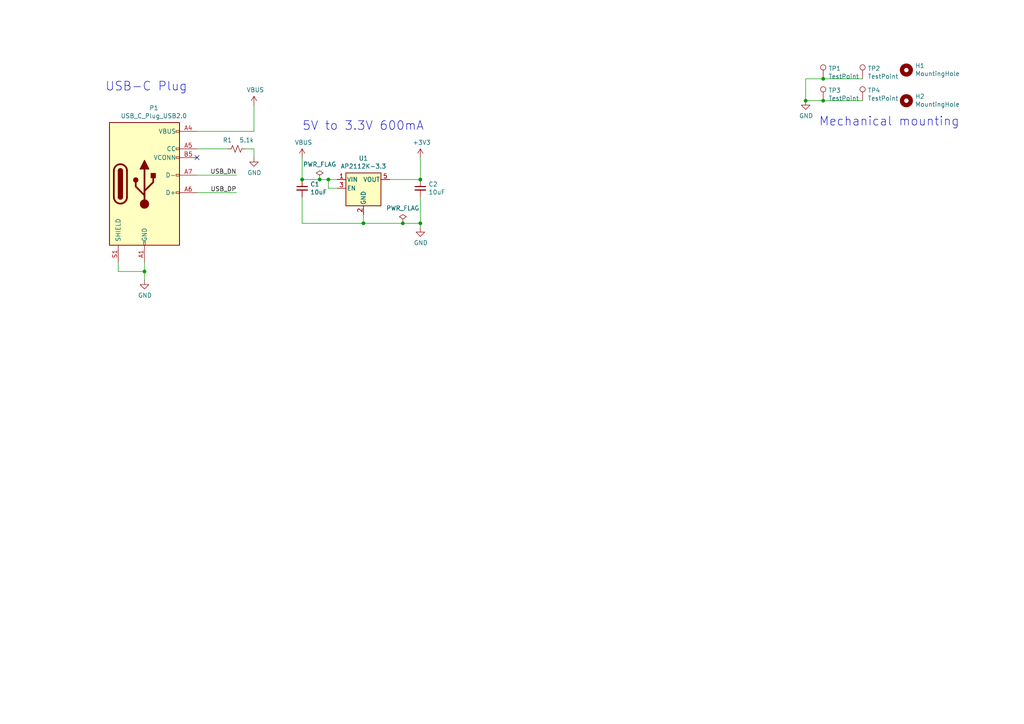
<source format=kicad_sch>
(kicad_sch (version 20230121) (generator eeschema)
  (paper "A4")
  (title_block (title "Expansion Card Template") (date "2020-12-12") (rev "X1") (company "Framework") (comment 1 "This work is licensed under a Creative Commons Attribution 4.0 International License") (comment 4 "https://frame.work"))
  (lib_symbols
    (symbol "Connector:TestPoint" (pin_numbers hide) (pin_names (offset 0.762) hide)
      (property "Reference" "TP" (at 0 6.858 0))
      (property "Value" "TestPoint" (at 0 5.08 0))
      (symbol "TestPoint_0_1"
        (circle (center 0 3.302) (radius 0.762))
      )
      (symbol "TestPoint_1_1"
        (pin passive line (at 0 0 90) (length 2.54) (name "1") (number "1"))
      )
    )
    (symbol "Connector:USB_C_Plug_USB2.0" (pin_names (offset 1.016))
      (property "Reference" "P" (at -10.16 19.05 0))
      (property "Value" "USB_C_Plug_USB2.0" (at 12.7 19.05 0))
      (symbol "USB_C_Plug_USB2.0_0_0"
        (rectangle (start -0.254 -17.78) (end 0.254 -16.764))
        (rectangle (start 10.16 -2.286) (end 9.144 -2.794))
        (rectangle (start 10.16 2.794) (end 9.144 2.286))
        (rectangle (start 10.16 7.874) (end 9.144 7.366))
        (rectangle (start 10.16 10.414) (end 9.144 9.906))
        (rectangle (start 10.16 15.494) (end 9.144 14.986))
      )
      (symbol "USB_C_Plug_USB2.0_0_1"
        (rectangle (start -10.16 17.78) (end 10.16 -17.78) (stroke (width 0.254)) (fill (type background)))
        (arc (start -8.89 -3.81) (mid -6.985 -5.7067) (end -5.08 -3.81) (stroke (width 0.508)))
        (arc (start -7.62 -3.81) (mid -6.985 -4.4423) (end -6.35 -3.81) (stroke (width 0.254)))
        (arc (start -7.62 -3.81) (mid -6.985 -4.4423) (end -6.35 -3.81) (stroke (width 0.254)) (fill (type outline)))
        (rectangle (start -7.62 -3.81) (end -6.35 3.81) (stroke (width 0.254)) (fill (type outline)))
        (arc (start -6.35 3.81) (mid -6.985 4.4423) (end -7.62 3.81) (stroke (width 0.254)))
        (arc (start -6.35 3.81) (mid -6.985 4.4423) (end -7.62 3.81) (stroke (width 0.254)) (fill (type outline)))
        (arc (start -5.08 3.81) (mid -6.985 5.7067) (end -8.89 3.81) (stroke (width 0.508)))
        (circle (center -2.54 1.143) (radius 0.635) (stroke (width 0.254)) (fill (type outline)))
        (circle (center 0 -5.842) (radius 1.27) (fill (type outline)))
        (polyline (pts (xy -8.89 -3.81) (xy -8.89 3.81)) (stroke (width 0.508)))
        (polyline (pts (xy -5.08 3.81) (xy -5.08 -3.81)) (stroke (width 0.508)))
        (polyline (pts (xy 0 -5.842) (xy 0 4.318)) (stroke (width 0.508)))
        (polyline (pts (xy 0 -3.302) (xy -2.54 -0.762) (xy -2.54 0.508)) (stroke (width 0.508)))
        (polyline (pts (xy 0 -2.032) (xy 2.54 0.508) (xy 2.54 1.778)) (stroke (width 0.508)))
        (polyline (pts (xy -1.27 4.318) (xy 0 6.858) (xy 1.27 4.318) (xy -1.27 4.318)) (stroke (width 0.254)) (fill (type outline)))
        (rectangle (start 1.905 1.778) (end 3.175 3.048) (stroke (width 0.254)) (fill (type outline)))
      )
      (symbol "USB_C_Plug_USB2.0_1_1"
        (pin passive line (at 0 -22.86 90) (length 5.08) (name "GND") (number "A1"))
        (pin passive line (at 0 -22.86 90) (length 5.08) hide (name "GND") (number "A12"))
        (pin passive line (at 15.24 15.24 180) (length 5.08) (name "VBUS") (number "A4"))
        (pin bidirectional line (at 15.24 10.16 180) (length 5.08) (name "CC") (number "A5"))
        (pin bidirectional line (at 15.24 -2.54 180) (length 5.08) (name "D+") (number "A6"))
        (pin bidirectional line (at 15.24 2.54 180) (length 5.08) (name "D-") (number "A7"))
        (pin passive line (at 15.24 15.24 180) (length 5.08) hide (name "VBUS") (number "A9"))
        (pin passive line (at 0 -22.86 90) (length 5.08) hide (name "GND") (number "B1"))
        (pin passive line (at 0 -22.86 90) (length 5.08) hide (name "GND") (number "B12"))
        (pin passive line (at 15.24 15.24 180) (length 5.08) hide (name "VBUS") (number "B4"))
        (pin bidirectional line (at 15.24 7.62 180) (length 5.08) (name "VCONN") (number "B5"))
        (pin passive line (at 15.24 15.24 180) (length 5.08) hide (name "VBUS") (number "B9"))
        (pin passive line (at -7.62 -22.86 90) (length 5.08) (name "SHIELD") (number "S1"))
      )
    )
    (symbol "Device:C_Small" (pin_numbers hide) (pin_names (offset 0.254) hide)
      (property "Reference" "C" (at 0.254 1.778 0))
      (property "Value" "C_Small" (at 0.254 -2.032 0))
      (symbol "C_Small_0_1"
        (polyline (pts (xy -1.524 -0.508) (xy 1.524 -0.508)) (stroke (width 0.3302)))
        (polyline (pts (xy -1.524 0.508) (xy 1.524 0.508)) (stroke (width 0.3048)))
      )
      (symbol "C_Small_1_1"
        (pin passive line (at 0 2.54 270) (length 2.032) (name "~") (number "1"))
        (pin passive line (at 0 -2.54 90) (length 2.032) (name "~") (number "2"))
      )
    )
    (symbol "Device:R_Small_US" (pin_numbers hide) (pin_names (offset 0.254) hide)
      (property "Reference" "R" (at 0.762 0.508 0))
      (property "Value" "R_Small_US" (at 0.762 -1.016 0))
      (symbol "R_Small_US_1_1"
        (polyline (pts (xy 0 0) (xy 1.016 -0.381) (xy 0 -0.762) (xy -1.016 -1.143) (xy 0 -1.524)))
        (polyline (pts (xy 0 1.524) (xy 1.016 1.143) (xy 0 0.762) (xy -1.016 0.381) (xy 0 0)))
        (pin passive line (at 0 2.54 270) (length 1.016) (name "~") (number "1"))
        (pin passive line (at 0 -2.54 90) (length 1.016) (name "~") (number "2"))
      )
    )
    (symbol "Expansion_Card-rescue:+3.3V-power" (power) (pin_names (offset 0))
      (property "Value" "+3.3V-power" (at 0 3.556 0))
      (symbol "+3.3V-power_0_1"
        (polyline (pts (xy -0.762 1.27) (xy 0 2.54)))
        (polyline (pts (xy 0 0) (xy 0 2.54)))
        (polyline (pts (xy 0 2.54) (xy 0.762 1.27)))
      )
      (symbol "+3.3V-power_1_1"
        (pin power_in line (at 0 0 90) (length 0) hide (name "+3V3") (number "1"))
      )
    )
    (symbol "Mechanical:MountingHole" (pin_names (offset 1.016))
      (property "Reference" "H" (at 0 5.08 0))
      (property "Value" "MountingHole" (at 0 3.175 0))
      (symbol "MountingHole_0_1"
        (circle (center 0 0) (radius 1.27) (stroke (width 1.27)))
      )
    )
    (symbol "Regulator_Linear:AP2112K-3.3" (pin_names (offset 0.254))
      (property "Reference" "U" (at -5.08 5.715 0))
      (property "Value" "AP2112K-3.3" (at 0 5.715 0))
      (symbol "AP2112K-3.3_0_1"
        (rectangle (start -5.08 4.445) (end 5.08 -5.08) (stroke (width 0.254)) (fill (type background)))
      )
      (symbol "AP2112K-3.3_1_1"
        (pin power_in line (at -7.62 2.54 0) (length 2.54) (name "VIN") (number "1"))
        (pin power_in line (at 0 -7.62 90) (length 2.54) (name "GND") (number "2"))
        (pin input line (at -7.62 0 0) (length 2.54) (name "EN") (number "3"))
        (pin no_connect line (at 5.08 0 180) (length 2.54) hide (name "NC") (number "4"))
        (pin power_out line (at 7.62 2.54 180) (length 2.54) (name "VOUT") (number "5"))
      )
    )
    (symbol "power:GND" (power) (pin_names (offset 0))
      (property "Value" "GND" (at 0 -3.81 0))
      (symbol "GND_0_1"
        (polyline (pts (xy 0 0) (xy 0 -1.27) (xy 1.27 -1.27) (xy 0 -2.54) (xy -1.27 -1.27) (xy 0 -1.27)))
      )
      (symbol "GND_1_1"
        (pin power_in line (at 0 0 270) (length 0) hide (name "GND") (number "1"))
      )
    )
    (symbol "power:PWR_FLAG" (power) (pin_numbers hide) (pin_names (offset 0) hide)
      (property "Value" "PWR_FLAG" (at 0 3.81 0))
      (symbol "PWR_FLAG_0_0"
        (pin power_out line (at 0 0 90) (length 0) (name "pwr") (number "1"))
      )
      (symbol "PWR_FLAG_0_1"
        (polyline (pts (xy 0 0) (xy 0 1.27) (xy -1.016 1.905) (xy 0 2.54) (xy 1.016 1.905) (xy 0 1.27)))
      )
    )
    (symbol "power:VBUS" (power) (pin_names (offset 0))
      (property "Value" "VBUS" (at 0 3.81 0))
      (symbol "VBUS_0_1"
        (polyline (pts (xy -0.762 1.27) (xy 0 2.54)))
        (polyline (pts (xy 0 0) (xy 0 2.54)))
        (polyline (pts (xy 0 2.54) (xy 0.762 1.27)))
      )
      (symbol "VBUS_1_1"
        (pin power_in line (at 0 0 90) (length 0) hide (name "VBUS") (number "1"))
      )
    )
  )
  (junction (at 121.92 52.07))
  (junction (at 87.63 52.07))
  (junction (at 233.68 29.21))
  (junction (at 238.76 22.86))
  (junction (at 105.41 64.77))
  (junction (at 41.91 78.74))
  (junction (at 95.25 52.07))
  (junction (at 116.84 64.77))
  (junction (at 238.76 29.21))
  (junction (at 121.92 64.77))
  (junction (at 92.71 52.07))
  (no_connect (at 57.15 45.72))
  (wire (pts (xy 34.29 76.2) (xy 34.29 78.74)))
  (wire (pts (xy 73.66 38.1) (xy 73.66 30.48)))
  (wire (pts (xy 73.66 43.18) (xy 73.66 45.72)))
  (wire (pts (xy 116.84 64.77) (xy 121.92 64.77)))
  (wire (pts (xy 87.63 57.15) (xy 87.63 64.77)))
  (wire (pts (xy 57.15 43.18) (xy 66.04 43.18)))
  (wire (pts (xy 57.15 55.88) (xy 68.58 55.88)))
  (wire (pts (xy 105.41 64.77) (xy 116.84 64.77)))
  (wire (pts (xy 95.25 52.07) (xy 97.79 52.07)))
  (wire (pts (xy 250.19 29.21) (xy 238.76 29.21)))
  (wire (pts (xy 92.71 52.07) (xy 95.25 52.07)))
  (wire (pts (xy 95.25 54.61) (xy 95.25 52.07)))
  (wire (pts (xy 121.92 64.77) (xy 121.92 66.04)))
  (wire (pts (xy 41.91 81.28) (xy 41.91 78.74)))
  (wire (pts (xy 121.92 57.15) (xy 121.92 64.77)))
  (wire (pts (xy 238.76 22.86) (xy 233.68 22.86)))
  (wire (pts (xy 41.91 78.74) (xy 41.91 76.2)))
  (wire (pts (xy 87.63 45.72) (xy 87.63 52.07)))
  (wire (pts (xy 34.29 78.74) (xy 41.91 78.74)))
  (wire (pts (xy 233.68 22.86) (xy 233.68 29.21)))
  (wire (pts (xy 57.15 50.8) (xy 68.58 50.8)))
  (wire (pts (xy 87.63 64.77) (xy 105.41 64.77)))
  (wire (pts (xy 121.92 45.72) (xy 121.92 52.07)))
  (wire (pts (xy 113.03 52.07) (xy 121.92 52.07)))
  (wire (pts (xy 238.76 29.21) (xy 233.68 29.21)))
  (wire (pts (xy 105.41 62.23) (xy 105.41 64.77)))
  (wire (pts (xy 97.79 54.61) (xy 95.25 54.61)))
  (wire (pts (xy 71.12 43.18) (xy 73.66 43.18)))
  (wire (pts (xy 250.19 22.86) (xy 238.76 22.86)))
  (wire (pts (xy 57.15 38.1) (xy 73.66 38.1)))
  (wire (pts (xy 87.63 52.07) (xy 92.71 52.07)))
  (text "Mechanical mounting" (at 237.49 36.83 0) (effects (font (size 2.54 2.54)) (justify left bottom)))
  (text "5V to 3.3V 600mA" (at 87.63 38.1 0) (effects (font (size 2.54 2.54)) (justify left bottom)))
  (text "USB-C Plug" (at 30.48 26.67 0) (effects (font (size 2.54 2.54)) (justify left bottom)))
  (label "USB_DP" (at 68.58 55.88 180))
  (label "USB_DN" (at 68.58 50.8 180))
  (symbol (lib_id "Regulator_Linear:AP2112K-3.3") (at 105.41 54.61 0) (unit 1)
    (property "Reference" "U1" (at 105.41 45.9232 0))
    (property "Value" "AP2112K-3.3" (at 105.41 48.2346 0))
    (property "Footprint" "Package_TO_SOT_SMD:SOT-23-5" (effects hide))
    (property "Datasheet" "https://www.diodes.com/assets/Datasheets/AP2112.pdf" (effects hide))
  )
  (symbol (lib_id "Device:C_Small") (at 87.63 54.61 0) (unit 1)
    (property "Reference" "C1" (at 89.9668 53.4416 0) (effects (justify left)))
    (property "Value" "10uF" (at 89.9668 55.753 0) (effects (justify left)))
    (property "Footprint" "Capacitor_SMD:C_0805_2012Metric" (effects hide))
  )
  (symbol (lib_id "Device:C_Small") (at 121.92 54.61 0) (unit 1)
    (property "Reference" "C2" (at 124.2568 53.4416 0) (effects (justify left)))
    (property "Value" "10uF" (at 124.2568 55.753 0) (effects (justify left)))
    (property "Footprint" "Capacitor_SMD:C_0805_2012Metric" (effects hide))
  )
  (symbol (lib_id "Expansion_Card-rescue:+3.3V-power") (at 121.92 45.72 0) (unit 1)
    (property "Reference" "#PWR05" (effects hide))
    (property "Value" "+3.3V" (at 122.301 41.3258 0))
  )
  (symbol (lib_id "power:GND") (at 121.92 66.04 0) (unit 1)
    (property "Reference" "#PWR06" (effects hide))
    (property "Value" "GND" (at 122.047 70.4342 0))
  )
  (symbol (lib_id "power:VBUS") (at 87.63 45.72 0) (unit 1)
    (property "Reference" "#PWR04" (effects hide))
    (property "Value" "VBUS" (at 88.011 41.3258 0))
  )
  (symbol (lib_id "Connector:USB_C_Plug_USB2.0") (at 41.91 53.34 0) (unit 1)
    (property "Reference" "P1" (at 44.6278 31.3182 0))
    (property "Value" "USB_C_Plug_USB2.0" (at 44.6278 33.6296 0))
    (property "Footprint" "Expansion_Card:USB_C_Plug_Molex_105444" (effects hide))
    (property "Datasheet" "https://www.usb.org/sites/default/files/documents/usb_type-c.zip" (effects hide))
  )
  (symbol (lib_id "Device:R_Small_US") (at 68.58 43.18 90) (unit 1)
    (property "Reference" "R1" (at 67.31 40.64 90) (effects (justify left)))
    (property "Value" "5.1k" (at 73.66 40.64 90) (effects (justify left)))
    (property "Footprint" "Resistor_SMD:R_0603_1608Metric" (effects hide))
  )
  (symbol (lib_id "power:GND") (at 41.91 81.28 0) (unit 1)
    (property "Reference" "#PWR01" (effects hide))
    (property "Value" "GND" (at 42.037 85.6742 0))
  )
  (symbol (lib_id "power:GND") (at 73.66 45.72 0) (unit 1)
    (property "Reference" "#PWR03" (effects hide))
    (property "Value" "GND" (at 73.787 50.1142 0))
  )
  (symbol (lib_id "power:VBUS") (at 73.66 30.48 0) (unit 1)
    (property "Reference" "#PWR02" (effects hide))
    (property "Value" "VBUS" (at 74.041 26.0858 0))
  )
  (symbol (lib_id "Mechanical:MountingHole") (at 262.89 20.32 0) (unit 1)
    (property "Reference" "H1" (at 265.43 19.0754 0) (effects (justify left)))
    (property "Value" "MountingHole" (at 265.43 21.3868 0) (effects (justify left)))
    (property "Footprint" "MountingHole:MountingHole_2.2mm_M2" (effects hide))
  )
  (symbol (lib_id "Mechanical:MountingHole") (at 262.89 29.21 0) (unit 1)
    (property "Reference" "H2" (at 265.43 27.9654 0) (effects (justify left)))
    (property "Value" "MountingHole" (at 265.43 30.2768 0) (effects (justify left)))
    (property "Footprint" "MountingHole:MountingHole_2.2mm_M2" (effects hide))
  )
  (symbol (lib_id "power:PWR_FLAG") (at 92.71 52.07 0) (unit 1)
    (property "Reference" "#FLG01" (effects hide))
    (property "Value" "PWR_FLAG" (at 92.71 47.6758 0))
  )
  (symbol (lib_id "power:PWR_FLAG") (at 116.84 64.77 0) (unit 1)
    (property "Reference" "#FLG02" (effects hide))
    (property "Value" "PWR_FLAG" (at 116.84 60.3758 0))
  )
  (symbol (lib_id "Connector:TestPoint") (at 250.19 22.86 0) (unit 1)
    (property "Reference" "TP2" (at 251.6632 19.8628 0) (effects (justify left)))
    (property "Value" "TestPoint" (at 251.6632 22.1742 0) (effects (justify left)))
    (property "Footprint" "TestPoint:TestPoint_Pad_1.5x1.5mm" (effects hide))
  )
  (symbol (lib_id "Connector:TestPoint") (at 238.76 22.86 0) (unit 1)
    (property "Reference" "TP1" (at 240.2332 19.8628 0) (effects (justify left)))
    (property "Value" "TestPoint" (at 240.2332 22.1742 0) (effects (justify left)))
    (property "Footprint" "TestPoint:TestPoint_Pad_1.5x1.5mm" (effects hide))
  )
  (symbol (lib_id "Connector:TestPoint") (at 238.76 29.21 0) (unit 1)
    (property "Reference" "TP3" (at 240.2332 26.2128 0) (effects (justify left)))
    (property "Value" "TestPoint" (at 240.2332 28.5242 0) (effects (justify left)))
    (property "Footprint" "TestPoint:TestPoint_Pad_1.5x1.5mm" (effects hide))
  )
  (symbol (lib_id "Connector:TestPoint") (at 250.19 29.21 0) (unit 1)
    (property "Reference" "TP4" (at 251.6632 26.2128 0) (effects (justify left)))
    (property "Value" "TestPoint" (at 251.6632 28.5242 0) (effects (justify left)))
    (property "Footprint" "TestPoint:TestPoint_Pad_1.5x1.5mm" (effects hide))
  )
  (symbol (lib_id "power:GND") (at 233.68 29.21 0) (unit 1)
    (property "Reference" "#PWR0101" (effects hide))
    (property "Value" "GND" (at 233.807 33.6042 0))
  )
)
</source>
